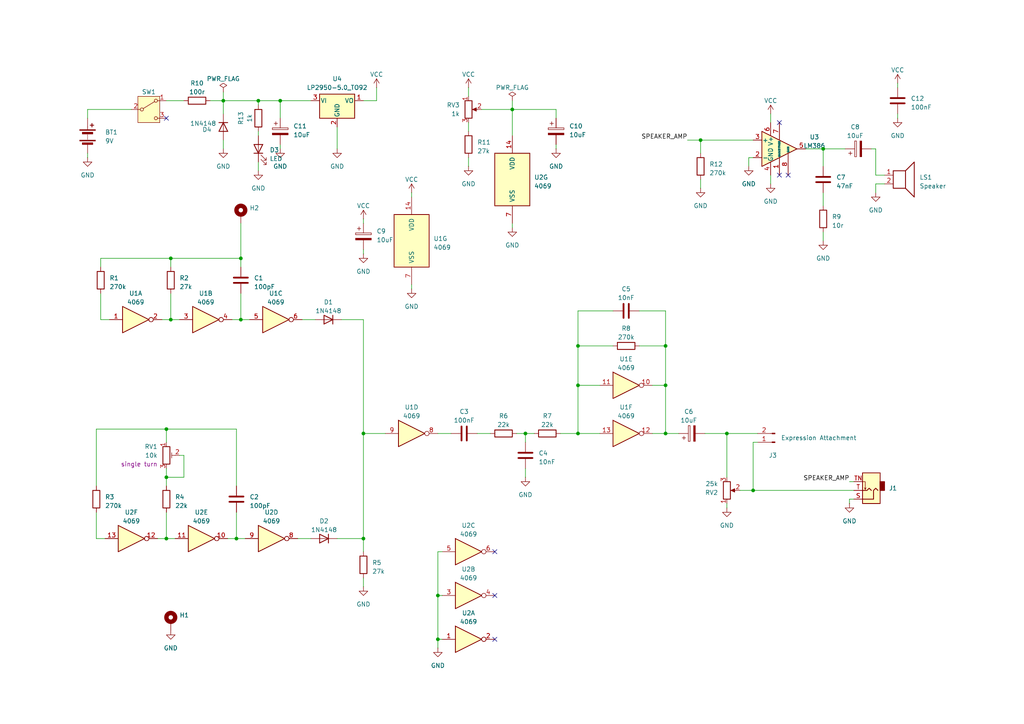
<source format=kicad_sch>
(kicad_sch (version 20231120) (generator "eeschema") (generator_version "8.0")
  (paper "A4")
  (title_block (comment 2 "creativecommons.org/licenses/by/4.0/") (comment 3 "License: CC BY 4.0") (comment 4 "Author: Guy John"))
  (lib_symbols
    (symbol "4xxx:4069" (pin_names (offset 1.016))
      (property "Reference" "U" (at 0 1.27 0))
      (property "Value" "4069" (at 0 -1.27 0))
      (symbol "4069_1_0"
        (polyline (pts (xy -3.81 3.81) (xy -3.81 -3.81) (xy 3.81 0) (xy -3.81 3.81)) (stroke (width 0.254)) (fill (type background)))
        (pin input line (at -7.62 0 0) (length 3.81) (name "~") (number "1"))
        (pin output inverted (at 7.62 0 180) (length 3.81) (name "~") (number "2"))
      )
      (symbol "4069_2_0"
        (polyline (pts (xy -3.81 3.81) (xy -3.81 -3.81) (xy 3.81 0) (xy -3.81 3.81)) (stroke (width 0.254)) (fill (type background)))
        (pin input line (at -7.62 0 0) (length 3.81) (name "~") (number "3"))
        (pin output inverted (at 7.62 0 180) (length 3.81) (name "~") (number "4"))
      )
      (symbol "4069_3_0"
        (polyline (pts (xy -3.81 3.81) (xy -3.81 -3.81) (xy 3.81 0) (xy -3.81 3.81)) (stroke (width 0.254)) (fill (type background)))
        (pin input line (at -7.62 0 0) (length 3.81) (name "~") (number "5"))
        (pin output inverted (at 7.62 0 180) (length 3.81) (name "~") (number "6"))
      )
      (symbol "4069_4_0"
        (polyline (pts (xy -3.81 3.81) (xy -3.81 -3.81) (xy 3.81 0) (xy -3.81 3.81)) (stroke (width 0.254)) (fill (type background)))
        (pin output inverted (at 7.62 0 180) (length 3.81) (name "~") (number "8"))
        (pin input line (at -7.62 0 0) (length 3.81) (name "~") (number "9"))
      )
      (symbol "4069_5_0"
        (polyline (pts (xy -3.81 3.81) (xy -3.81 -3.81) (xy 3.81 0) (xy -3.81 3.81)) (stroke (width 0.254)) (fill (type background)))
        (pin output inverted (at 7.62 0 180) (length 3.81) (name "~") (number "10"))
        (pin input line (at -7.62 0 0) (length 3.81) (name "~") (number "11"))
      )
      (symbol "4069_6_0"
        (polyline (pts (xy -3.81 3.81) (xy -3.81 -3.81) (xy 3.81 0) (xy -3.81 3.81)) (stroke (width 0.254)) (fill (type background)))
        (pin output inverted (at 7.62 0 180) (length 3.81) (name "~") (number "12"))
        (pin input line (at -7.62 0 0) (length 3.81) (name "~") (number "13"))
      )
      (symbol "4069_7_0"
        (pin power_in line (at 0 12.7 270) (length 5.08) (name "VDD") (number "14"))
        (pin power_in line (at 0 -12.7 90) (length 5.08) (name "VSS") (number "7"))
      )
      (symbol "4069_7_1"
        (rectangle (start -5.08 7.62) (end 5.08 -7.62) (stroke (width 0.254)) (fill (type background)))
      )
    )
    (symbol "Amplifier_Audio:LM386" (pin_names (offset 0.127))
      (property "Reference" "U" (at 1.27 7.62 0))
      (property "Value" "LM386" (at 1.27 5.08 0))
      (symbol "LM386_0_1"
        (polyline (pts (xy 5.08 0) (xy -5.08 5.08) (xy -5.08 -5.08) (xy 5.08 0)) (stroke (width 0.254)) (fill (type background)))
      )
      (symbol "LM386_1_1"
        (pin input line (at 0 -7.62 90) (length 5.08) (name "GAIN") (number "1"))
        (pin input line (at -7.62 -2.54 0) (length 2.54) (name "-") (number "2"))
        (pin input line (at -7.62 2.54 0) (length 2.54) (name "+") (number "3"))
        (pin power_in line (at -2.54 -7.62 90) (length 3.81) (name "GND") (number "4"))
        (pin output line (at 7.62 0 180) (length 2.54) (name "~") (number "5"))
        (pin power_in line (at -2.54 7.62 270) (length 3.81) (name "V+") (number "6"))
        (pin input line (at 0 7.62 270) (length 5.08) (name "BYPASS") (number "7"))
        (pin input line (at 2.54 -7.62 90) (length 6.35) (name "GAIN") (number "8"))
      )
    )
    (symbol "Connector:Conn_01x02_Pin" (pin_names (offset 1.016) hide)
      (property "Reference" "J" (at 0 2.54 0))
      (property "Value" "Conn_01x02_Pin" (at 0 -5.08 0))
      (symbol "Conn_01x02_Pin_1_1"
        (polyline (pts (xy 1.27 -2.54) (xy 0.8636 -2.54)) (stroke (width 0.1524)))
        (polyline (pts (xy 1.27 0) (xy 0.8636 0)) (stroke (width 0.1524)))
        (rectangle (start 0.8636 -2.413) (end 0 -2.667) (stroke (width 0.1524)) (fill (type outline)))
        (rectangle (start 0.8636 0.127) (end 0 -0.127) (stroke (width 0.1524)) (fill (type outline)))
        (pin passive line (at 5.08 0 180) (length 3.81) (name "Pin_1") (number "1"))
        (pin passive line (at 5.08 -2.54 180) (length 3.81) (name "Pin_2") (number "2"))
      )
    )
    (symbol "Connector_Audio:AudioJack2_SwitchT"
      (property "Reference" "J" (at 0 8.89 0))
      (property "Value" "AudioJack2_SwitchT" (at 0 6.35 0))
      (symbol "AudioJack2_SwitchT_0_1"
        (rectangle (start -2.54 0) (end -3.81 -2.54) (stroke (width 0.254)) (fill (type outline)))
        (polyline (pts (xy 1.778 -0.254) (xy 2.032 -0.762)))
        (polyline (pts (xy 0 0) (xy 0.635 -0.635) (xy 1.27 0) (xy 2.54 0)) (stroke (width 0.254)))
        (polyline (pts (xy 2.54 -2.54) (xy 1.778 -2.54) (xy 1.778 -0.254) (xy 1.524 -0.762)))
        (polyline (pts (xy 2.54 2.54) (xy -0.635 2.54) (xy -0.635 0) (xy -1.27 -0.635) (xy -1.905 0)) (stroke (width 0.254)))
        (rectangle (start 2.54 3.81) (end -2.54 -5.08) (stroke (width 0.254)) (fill (type background)))
      )
      (symbol "AudioJack2_SwitchT_1_1"
        (pin passive line (at 5.08 2.54 180) (length 2.54) (name "~") (number "S"))
        (pin passive line (at 5.08 0 180) (length 2.54) (name "~") (number "T"))
        (pin passive line (at 5.08 -2.54 180) (length 2.54) (name "~") (number "TN"))
      )
    )
    (symbol "Device:Battery" (pin_numbers hide) (pin_names (offset 0) hide)
      (property "Reference" "BT" (at 2.54 2.54 0))
      (property "Value" "Battery" (at 2.54 0 0))
      (symbol "Battery_0_1"
        (rectangle (start -2.286 -1.27) (end 2.286 -1.524) (fill (type outline)))
        (rectangle (start -2.286 1.778) (end 2.286 1.524) (fill (type outline)))
        (rectangle (start -1.524 -2.032) (end 1.524 -2.54) (fill (type outline)))
        (rectangle (start -1.524 1.016) (end 1.524 0.508) (fill (type outline)))
        (polyline (pts (xy 0 -1.016) (xy 0 -0.762)))
        (polyline (pts (xy 0 -0.508) (xy 0 -0.254)))
        (polyline (pts (xy 0 0) (xy 0 0.254)))
        (polyline (pts (xy 0 1.778) (xy 0 2.54)))
        (polyline (pts (xy 0.762 3.048) (xy 1.778 3.048)) (stroke (width 0.254)))
        (polyline (pts (xy 1.27 3.556) (xy 1.27 2.54)) (stroke (width 0.254)))
      )
      (symbol "Battery_1_1"
        (pin passive line (at 0 5.08 270) (length 2.54) (name "+") (number "1"))
        (pin passive line (at 0 -5.08 90) (length 2.54) (name "-") (number "2"))
      )
    )
    (symbol "Device:C" (pin_numbers hide) (pin_names (offset 0.254))
      (property "Reference" "C" (at 0.635 2.54 0))
      (property "Value" "C" (at 0.635 -2.54 0))
      (symbol "C_0_1"
        (polyline (pts (xy -2.032 -0.762) (xy 2.032 -0.762)) (stroke (width 0.508)))
        (polyline (pts (xy -2.032 0.762) (xy 2.032 0.762)) (stroke (width 0.508)))
      )
      (symbol "C_1_1"
        (pin passive line (at 0 3.81 270) (length 2.794) (name "~") (number "1"))
        (pin passive line (at 0 -3.81 90) (length 2.794) (name "~") (number "2"))
      )
    )
    (symbol "Device:C_Polarized" (pin_numbers hide) (pin_names (offset 0.254))
      (property "Reference" "C" (at 0.635 2.54 0))
      (property "Value" "C_Polarized" (at 0.635 -2.54 0))
      (symbol "C_Polarized_0_1"
        (rectangle (start -2.286 0.508) (end 2.286 1.016))
        (polyline (pts (xy -1.778 2.286) (xy -0.762 2.286)))
        (polyline (pts (xy -1.27 2.794) (xy -1.27 1.778)))
        (rectangle (start 2.286 -0.508) (end -2.286 -1.016) (fill (type outline)))
      )
      (symbol "C_Polarized_1_1"
        (pin passive line (at 0 3.81 270) (length 2.794) (name "~") (number "1"))
        (pin passive line (at 0 -3.81 90) (length 2.794) (name "~") (number "2"))
      )
    )
    (symbol "Device:LED" (pin_numbers hide) (pin_names (offset 1.016) hide)
      (property "Reference" "D" (at 0 2.54 0))
      (property "Value" "LED" (at 0 -2.54 0))
      (symbol "LED_0_1"
        (polyline (pts (xy -1.27 -1.27) (xy -1.27 1.27)) (stroke (width 0.254)))
        (polyline (pts (xy -1.27 0) (xy 1.27 0)))
        (polyline (pts (xy 1.27 -1.27) (xy 1.27 1.27) (xy -1.27 0) (xy 1.27 -1.27)) (stroke (width 0.254)))
        (polyline (pts (xy -3.048 -0.762) (xy -4.572 -2.286) (xy -3.81 -2.286) (xy -4.572 -2.286) (xy -4.572 -1.524)))
        (polyline (pts (xy -1.778 -0.762) (xy -3.302 -2.286) (xy -2.54 -2.286) (xy -3.302 -2.286) (xy -3.302 -1.524)))
      )
      (symbol "LED_1_1"
        (pin passive line (at -3.81 0 0) (length 2.54) (name "K") (number "1"))
        (pin passive line (at 3.81 0 180) (length 2.54) (name "A") (number "2"))
      )
    )
    (symbol "Device:R" (pin_numbers hide) (pin_names (offset 0))
      (property "Reference" "R" (at 2.032 0 90))
      (property "Value" "R" (at 0 0 90))
      (symbol "R_0_1"
        (rectangle (start -1.016 -2.54) (end 1.016 2.54) (stroke (width 0.254)))
      )
      (symbol "R_1_1"
        (pin passive line (at 0 3.81 270) (length 1.27) (name "~") (number "1"))
        (pin passive line (at 0 -3.81 90) (length 1.27) (name "~") (number "2"))
      )
    )
    (symbol "Device:R_Potentiometer" (pin_names (offset 1.016) hide)
      (property "Reference" "RV" (at -4.445 0 90))
      (property "Value" "R_Potentiometer" (at -2.54 0 90))
      (symbol "R_Potentiometer_0_1"
        (polyline (pts (xy 2.54 0) (xy 1.524 0)))
        (polyline (pts (xy 1.143 0) (xy 2.286 0.508) (xy 2.286 -0.508) (xy 1.143 0)) (fill (type outline)))
        (rectangle (start 1.016 2.54) (end -1.016 -2.54) (stroke (width 0.254)))
      )
      (symbol "R_Potentiometer_1_1"
        (pin passive line (at 0 3.81 270) (length 1.27) (name "1") (number "1"))
        (pin passive line (at 3.81 0 180) (length 1.27) (name "2") (number "2"))
        (pin passive line (at 0 -3.81 90) (length 1.27) (name "3") (number "3"))
      )
    )
    (symbol "Device:Speaker" (pin_names (offset 0) hide)
      (property "Reference" "LS" (at 1.27 5.715 0))
      (property "Value" "Speaker" (at 1.27 3.81 0))
      (symbol "Speaker_0_0"
        (rectangle (start -2.54 1.27) (end 1.016 -3.81) (stroke (width 0.254)))
        (polyline (pts (xy 1.016 1.27) (xy 3.556 3.81) (xy 3.556 -6.35) (xy 1.016 -3.81)) (stroke (width 0.254)))
      )
      (symbol "Speaker_1_1"
        (pin input line (at -5.08 0 0) (length 2.54) (name "1") (number "1"))
        (pin input line (at -5.08 -2.54 0) (length 2.54) (name "2") (number "2"))
      )
    )
    (symbol "Diode:1N4148" (pin_numbers hide) (pin_names hide)
      (property "Reference" "D" (at 0 2.54 0))
      (property "Value" "1N4148" (at 0 -2.54 0))
      (symbol "1N4148_0_1"
        (polyline (pts (xy -1.27 1.27) (xy -1.27 -1.27)) (stroke (width 0.254)))
        (polyline (pts (xy 1.27 0) (xy -1.27 0)))
        (polyline (pts (xy 1.27 1.27) (xy 1.27 -1.27) (xy -1.27 0) (xy 1.27 1.27)) (stroke (width 0.254)))
      )
      (symbol "1N4148_1_1"
        (pin passive line (at -3.81 0 0) (length 2.54) (name "K") (number "1"))
        (pin passive line (at 3.81 0 180) (length 2.54) (name "A") (number "2"))
      )
    )
    (symbol "Mechanical:MountingHole_Pad" (pin_numbers hide) (pin_names (offset 1.016) hide)
      (property "Reference" "H" (at 0 6.35 0))
      (property "Value" "MountingHole_Pad" (at 0 4.445 0))
      (symbol "MountingHole_Pad_0_1"
        (circle (center 0 1.27) (radius 1.27) (stroke (width 1.27)))
      )
      (symbol "MountingHole_Pad_1_1"
        (pin input line (at 0 -2.54 90) (length 2.54) (name "1") (number "1"))
      )
    )
    (symbol "Regulator_Linear:LP2950-5.0_TO92" (pin_names (offset 0.254))
      (property "Reference" "U" (at -3.81 3.175 0))
      (property "Value" "LP2950-5.0_TO92" (at 0 3.175 0))
      (symbol "LP2950-5.0_TO92_0_1"
        (rectangle (start -5.08 -5.08) (end 5.08 1.905) (stroke (width 0.254)) (fill (type background)))
      )
      (symbol "LP2950-5.0_TO92_1_1"
        (pin power_out line (at 7.62 0 180) (length 2.54) (name "VO") (number "1"))
        (pin power_in line (at 0 -7.62 90) (length 2.54) (name "GND") (number "2"))
        (pin power_in line (at -7.62 0 0) (length 2.54) (name "VI") (number "3"))
      )
    )
    (symbol "Standard_Parts:R_Potentiometer_Trim" (pin_names (offset 1.016) hide)
      (property "Reference" "RV?" (at -6.35 1.27 90))
      (property "Value" "R_Potentiometer_Trim" (at -3.81 10.16 90))
      (property "Spec" "single turn" (at 7.62 -2.54 0))
      (symbol "R_Potentiometer_Trim_0_1"
        (polyline (pts (xy 1.524 0.762) (xy 1.524 -0.762)))
        (polyline (pts (xy 2.54 0) (xy 1.524 0)))
        (rectangle (start 1.016 2.54) (end -1.016 -2.54) (stroke (width 0.254)))
      )
      (symbol "R_Potentiometer_Trim_1_1"
        (pin passive line (at 0 3.81 270) (length 1.27) (name "1") (number "1"))
        (pin passive line (at 3.81 0 180) (length 1.27) (name "2") (number "2"))
        (pin passive line (at 0 -3.81 90) (length 1.27) (name "3") (number "3"))
      )
    )
    (symbol "Switch:SW_SPDT" (pin_names (offset 0) hide)
      (property "Reference" "SW" (at 0 5.08 0))
      (property "Value" "SW_SPDT" (at 0 -5.08 0))
      (symbol "SW_SPDT_0_1"
        (circle (center -2.032 0) (radius 0.4572))
        (polyline (pts (xy -1.651 0.254) (xy 1.651 2.286)))
        (circle (center 2.032 -2.54) (radius 0.4572))
        (circle (center 2.032 2.54) (radius 0.4572))
      )
      (symbol "SW_SPDT_1_1"
        (rectangle (start -3.175 3.81) (end 3.175 -3.81) (fill (type background)))
        (pin passive line (at 5.08 2.54 180) (length 2.54) (name "A") (number "1"))
        (pin passive line (at -5.08 0 0) (length 2.54) (name "B") (number "2"))
        (pin passive line (at 5.08 -2.54 180) (length 2.54) (name "C") (number "3"))
      )
    )
    (symbol "power:GND" (power) (pin_numbers hide) (pin_names (offset 0) hide)
      (property "Value" "GND" (at 0 -3.81 0))
      (symbol "GND_0_1"
        (polyline (pts (xy 0 0) (xy 0 -1.27) (xy 1.27 -1.27) (xy 0 -2.54) (xy -1.27 -1.27) (xy 0 -1.27)))
      )
      (symbol "GND_1_1"
        (pin power_in line (at 0 0 270) (length 0) (name "~") (number "1"))
      )
    )
    (symbol "power:PWR_FLAG" (power) (pin_numbers hide) (pin_names (offset 0) hide)
      (property "Value" "PWR_FLAG" (at 0 3.81 0))
      (symbol "PWR_FLAG_0_0"
        (pin power_out line (at 0 0 90) (length 0) (name "~") (number "1"))
      )
      (symbol "PWR_FLAG_0_1"
        (polyline (pts (xy 0 0) (xy 0 1.27) (xy -1.016 1.905) (xy 0 2.54) (xy 1.016 1.905) (xy 0 1.27)))
      )
    )
    (symbol "power:VCC" (power) (pin_numbers hide) (pin_names (offset 0) hide)
      (property "Value" "VCC" (at 0 3.556 0))
      (symbol "VCC_0_1"
        (polyline (pts (xy -0.762 1.27) (xy 0 2.54)))
        (polyline (pts (xy 0 0) (xy 0 2.54)))
        (polyline (pts (xy 0 2.54) (xy 0.762 1.27)))
      )
      (symbol "VCC_1_1"
        (pin power_in line (at 0 0 90) (length 0) (name "~") (number "1"))
      )
    )
  )
  (junction (at 48.26 156.21))
  (junction (at 167.64 111.76))
  (junction (at 105.41 156.21))
  (junction (at 81.28 29.21))
  (junction (at 148.59 31.75))
  (junction (at 193.04 111.76))
  (junction (at 64.77 29.21))
  (junction (at 203.2 40.64))
  (junction (at 218.44 142.24))
  (junction (at 49.53 92.71))
  (junction (at 48.26 124.46))
  (junction (at 49.53 74.93))
  (junction (at 69.85 92.71))
  (junction (at 68.58 156.21))
  (junction (at 152.4 125.73))
  (junction (at 193.04 125.73))
  (junction (at 167.64 125.73))
  (junction (at 48.26 138.43))
  (junction (at 105.41 125.73))
  (junction (at 167.64 100.33))
  (junction (at 127 185.42))
  (junction (at 127 172.72))
  (junction (at 210.82 125.73))
  (junction (at 69.85 74.93))
  (junction (at 238.76 43.18))
  (junction (at 193.04 100.33))
  (junction (at 74.93 29.21))
  (no_connect (at 143.51 185.42))
  (no_connect (at 226.06 50.8))
  (no_connect (at 228.6 50.8))
  (no_connect (at 48.26 34.29))
  (no_connect (at 143.51 160.02))
  (no_connect (at 226.06 35.56))
  (no_connect (at 143.51 172.72))
  (wire (pts (xy 167.64 100.33) (xy 167.64 111.76)))
  (wire (pts (xy 68.58 156.21) (xy 66.04 156.21)))
  (wire (pts (xy 53.34 132.08) (xy 53.34 138.43)))
  (wire (pts (xy 185.42 100.33) (xy 193.04 100.33)))
  (wire (pts (xy 177.8 100.33) (xy 167.64 100.33)))
  (wire (pts (xy 119.38 82.55) (xy 119.38 83.82)))
  (wire (pts (xy 238.76 43.18) (xy 245.11 43.18)))
  (wire (pts (xy 87.63 92.71) (xy 91.44 92.71)))
  (wire (pts (xy 48.26 124.46) (xy 48.26 128.27)))
  (wire (pts (xy 49.53 85.09) (xy 49.53 92.71)))
  (wire (pts (xy 238.76 43.18) (xy 238.76 48.26)))
  (wire (pts (xy 48.26 148.59) (xy 48.26 156.21)))
  (wire (pts (xy 214.63 142.24) (xy 218.44 142.24)))
  (wire (pts (xy 27.94 148.59) (xy 27.94 156.21)))
  (wire (pts (xy 218.44 128.27) (xy 218.44 142.24)))
  (wire (pts (xy 161.29 43.18) (xy 161.29 41.91)))
  (wire (pts (xy 148.59 64.77) (xy 148.59 66.04)))
  (wire (pts (xy 105.41 73.66) (xy 105.41 72.39)))
  (wire (pts (xy 210.82 125.73) (xy 204.47 125.73)))
  (wire (pts (xy 52.07 132.08) (xy 53.34 132.08)))
  (wire (pts (xy 161.29 31.75) (xy 161.29 34.29)))
  (wire (pts (xy 81.28 29.21) (xy 90.17 29.21)))
  (wire (pts (xy 27.94 124.46) (xy 27.94 140.97)))
  (wire (pts (xy 238.76 55.88) (xy 238.76 59.69)))
  (wire (pts (xy 135.89 45.72) (xy 135.89 48.26)))
  (wire (pts (xy 203.2 40.64) (xy 203.2 44.45)))
  (wire (pts (xy 252.73 43.18) (xy 254 43.18)))
  (wire (pts (xy 127 172.72) (xy 127 185.42)))
  (wire (pts (xy 167.64 111.76) (xy 167.64 125.73)))
  (wire (pts (xy 138.43 125.73) (xy 142.24 125.73)))
  (wire (pts (xy 49.53 74.93) (xy 69.85 74.93)))
  (wire (pts (xy 210.82 125.73) (xy 210.82 138.43)))
  (wire (pts (xy 105.41 125.73) (xy 105.41 92.71)))
  (wire (pts (xy 105.41 63.5) (xy 105.41 64.77)))
  (wire (pts (xy 127 125.73) (xy 130.81 125.73)))
  (wire (pts (xy 223.52 50.8) (xy 223.52 53.34)))
  (wire (pts (xy 254 53.34) (xy 254 55.88)))
  (wire (pts (xy 161.29 31.75) (xy 148.59 31.75)))
  (wire (pts (xy 233.68 43.18) (xy 238.76 43.18)))
  (wire (pts (xy 109.22 29.21) (xy 105.41 29.21)))
  (wire (pts (xy 48.26 138.43) (xy 48.26 140.97)))
  (wire (pts (xy 119.38 55.88) (xy 119.38 57.15)))
  (wire (pts (xy 81.28 43.18) (xy 81.28 41.91)))
  (wire (pts (xy 149.86 125.73) (xy 152.4 125.73)))
  (wire (pts (xy 254 50.8) (xy 256.54 50.8)))
  (wire (pts (xy 162.56 125.73) (xy 167.64 125.73)))
  (wire (pts (xy 49.53 92.71) (xy 52.07 92.71)))
  (wire (pts (xy 203.2 40.64) (xy 218.44 40.64)))
  (wire (pts (xy 109.22 25.4) (xy 109.22 29.21)))
  (wire (pts (xy 152.4 125.73) (xy 154.94 125.73)))
  (wire (pts (xy 127 160.02) (xy 127 172.72)))
  (wire (pts (xy 74.93 30.48) (xy 74.93 29.21)))
  (wire (pts (xy 128.27 185.42) (xy 127 185.42)))
  (wire (pts (xy 167.64 125.73) (xy 173.99 125.73)))
  (wire (pts (xy 38.1 31.75) (xy 25.4 31.75)))
  (wire (pts (xy 27.94 156.21) (xy 30.48 156.21)))
  (wire (pts (xy 217.17 45.72) (xy 217.17 48.26)))
  (wire (pts (xy 69.85 74.93) (xy 69.85 77.47)))
  (wire (pts (xy 135.89 35.56) (xy 135.89 38.1)))
  (wire (pts (xy 68.58 124.46) (xy 68.58 140.97)))
  (wire (pts (xy 148.59 29.21) (xy 148.59 31.75)))
  (wire (pts (xy 218.44 45.72) (xy 217.17 45.72)))
  (wire (pts (xy 189.23 111.76) (xy 193.04 111.76)))
  (wire (pts (xy 152.4 135.89) (xy 152.4 138.43)))
  (wire (pts (xy 68.58 124.46) (xy 48.26 124.46)))
  (wire (pts (xy 128.27 160.02) (xy 127 160.02)))
  (wire (pts (xy 193.04 125.73) (xy 189.23 125.73)))
  (wire (pts (xy 29.21 77.47) (xy 29.21 74.93)))
  (wire (pts (xy 193.04 90.17) (xy 193.04 100.33)))
  (wire (pts (xy 48.26 29.21) (xy 53.34 29.21)))
  (wire (pts (xy 218.44 142.24) (xy 247.65 142.24)))
  (wire (pts (xy 29.21 74.93) (xy 49.53 74.93)))
  (wire (pts (xy 193.04 100.33) (xy 193.04 111.76)))
  (wire (pts (xy 49.53 74.93) (xy 49.53 77.47)))
  (wire (pts (xy 127 185.42) (xy 127 187.96)))
  (wire (pts (xy 177.8 90.17) (xy 167.64 90.17)))
  (wire (pts (xy 64.77 29.21) (xy 64.77 33.02)))
  (wire (pts (xy 68.58 148.59) (xy 68.58 156.21)))
  (wire (pts (xy 210.82 146.05) (xy 210.82 147.32)))
  (wire (pts (xy 48.26 135.89) (xy 48.26 138.43)))
  (wire (pts (xy 48.26 156.21) (xy 50.8 156.21)))
  (wire (pts (xy 203.2 54.61) (xy 203.2 52.07)))
  (wire (pts (xy 193.04 125.73) (xy 196.85 125.73)))
  (wire (pts (xy 69.85 92.71) (xy 67.31 92.71)))
  (wire (pts (xy 69.85 92.71) (xy 72.39 92.71)))
  (wire (pts (xy 74.93 39.37) (xy 74.93 38.1)))
  (wire (pts (xy 238.76 67.31) (xy 238.76 69.85)))
  (wire (pts (xy 167.64 90.17) (xy 167.64 100.33)))
  (wire (pts (xy 25.4 44.45) (xy 25.4 45.72)))
  (wire (pts (xy 64.77 29.21) (xy 74.93 29.21)))
  (wire (pts (xy 99.06 92.71) (xy 105.41 92.71)))
  (wire (pts (xy 193.04 111.76) (xy 193.04 125.73)))
  (wire (pts (xy 27.94 124.46) (xy 48.26 124.46)))
  (wire (pts (xy 246.38 144.78) (xy 246.38 146.05)))
  (wire (pts (xy 68.58 156.21) (xy 71.12 156.21)))
  (wire (pts (xy 185.42 90.17) (xy 193.04 90.17)))
  (wire (pts (xy 223.52 33.02) (xy 223.52 35.56)))
  (wire (pts (xy 173.99 111.76) (xy 167.64 111.76)))
  (wire (pts (xy 64.77 26.67) (xy 64.77 29.21)))
  (wire (pts (xy 135.89 25.4) (xy 135.89 27.94)))
  (wire (pts (xy 127 172.72) (xy 128.27 172.72)))
  (wire (pts (xy 25.4 31.75) (xy 25.4 34.29)))
  (wire (pts (xy 74.93 29.21) (xy 81.28 29.21)))
  (wire (pts (xy 246.38 139.7) (xy 247.65 139.7)))
  (wire (pts (xy 219.71 128.27) (xy 218.44 128.27)))
  (wire (pts (xy 105.41 167.64) (xy 105.41 170.18)))
  (wire (pts (xy 148.59 31.75) (xy 148.59 39.37)))
  (wire (pts (xy 256.54 53.34) (xy 254 53.34)))
  (wire (pts (xy 260.35 24.13) (xy 260.35 25.4)))
  (wire (pts (xy 247.65 144.78) (xy 246.38 144.78)))
  (wire (pts (xy 105.41 125.73) (xy 111.76 125.73)))
  (wire (pts (xy 29.21 92.71) (xy 31.75 92.71)))
  (wire (pts (xy 46.99 92.71) (xy 49.53 92.71)))
  (wire (pts (xy 105.41 156.21) (xy 105.41 160.02)))
  (wire (pts (xy 69.85 85.09) (xy 69.85 92.71)))
  (wire (pts (xy 81.28 29.21) (xy 81.28 34.29)))
  (wire (pts (xy 199.39 40.64) (xy 203.2 40.64)))
  (wire (pts (xy 29.21 85.09) (xy 29.21 92.71)))
  (wire (pts (xy 60.96 29.21) (xy 64.77 29.21)))
  (wire (pts (xy 69.85 64.77) (xy 69.85 74.93)))
  (wire (pts (xy 260.35 34.29) (xy 260.35 33.02)))
  (wire (pts (xy 48.26 138.43) (xy 53.34 138.43)))
  (wire (pts (xy 97.79 156.21) (xy 105.41 156.21)))
  (wire (pts (xy 254 43.18) (xy 254 50.8)))
  (wire (pts (xy 152.4 125.73) (xy 152.4 128.27)))
  (wire (pts (xy 139.7 31.75) (xy 148.59 31.75)))
  (wire (pts (xy 74.93 49.53) (xy 74.93 46.99)))
  (wire (pts (xy 210.82 125.73) (xy 219.71 125.73)))
  (wire (pts (xy 64.77 40.64) (xy 64.77 43.18)))
  (wire (pts (xy 97.79 43.18) (xy 97.79 36.83)))
  (wire (pts (xy 45.72 156.21) (xy 48.26 156.21)))
  (wire (pts (xy 105.41 156.21) (xy 105.41 125.73)))
  (wire (pts (xy 86.36 156.21) (xy 90.17 156.21)))
  (label "SPEAKER_AMP" (at 246.38 139.7 180))
  (label "SPEAKER_AMP" (at 199.39 40.64 180))
  (symbol (lib_id "power:GND") (at 203.2 54.61 0) (unit 1)
    (property "Reference" "#PWR028" (effects (hide yes)))
    (property "Value" "GND" (at 203.2 59.69 0))
    (property "Description" "Power symbol creates a global label with name \"GND\" , ground" (effects (hide yes)))
  )
  (symbol (lib_id "Device:C") (at 152.4 132.08 180) (unit 1)
    (property "Reference" "C4" (at 156.21 131.445 0) (effects (justify right)))
    (property "Value" "10nF" (at 156.21 133.985 0) (effects (justify right)))
    (property "Footprint" "Capacitor_THT:C_Rect_L7.0mm_W3.5mm_P5.00mm" (effects (hide yes)))
    (property "Spec" "ceramic C0G" (effects (hide yes)))
    (property "Tolerance" "5%" (effects (hide yes)))
  )
  (symbol (lib_id "power:GND") (at 74.93 49.53 0) (unit 1)
    (property "Reference" "#PWR011" (effects (hide yes)))
    (property "Value" "GND" (at 74.93 54.61 0))
    (property "Description" "Power symbol creates a global label with name \"GND\" , ground" (effects (hide yes)))
  )
  (symbol (lib_id "Device:C") (at 260.35 29.21 0) (unit 1)
    (property "Reference" "C12" (at 264.16 28.575 0) (effects (justify left)))
    (property "Value" "100nF" (at 264.16 31.115 0) (effects (justify left)))
    (property "Footprint" "Capacitor_THT:C_Rect_L7.0mm_W3.5mm_P5.00mm" (effects (hide yes)))
    (property "Spec" "ceramic X7R" (effects (hide yes)))
    (property "Tolerance" "5%" (effects (hide yes)))
  )
  (symbol (lib_id "4xxx:4069") (at 148.59 52.07 0) (unit 7)
    (property "Reference" "U2" (at 154.94 51.435 0) (effects (justify left)))
    (property "Value" "4069" (at 154.94 53.975 0) (effects (justify left)))
    (property "Footprint" "Package_DIP:DIP-14_W7.62mm_Socket_LongPads" (effects (hide yes)))
    (property "Datasheet" "http://www.intersil.com/content/dam/Intersil/documents/cd40/cd4069ubms.pdf" (effects (hide yes)))
  )
  (symbol (lib_id "4xxx:4069") (at 39.37 92.71 0) (unit 1)
    (property "Reference" "U1" (at 39.37 85.09 0))
    (property "Value" "4069" (at 39.37 87.63 0))
    (property "Footprint" "Package_DIP:DIP-14_W7.62mm_Socket_LongPads" (effects (hide yes)))
    (property "Datasheet" "http://www.intersil.com/content/dam/Intersil/documents/cd40/cd4069ubms.pdf" (effects (hide yes)))
  )
  (symbol (lib_id "power:GND") (at 97.79 43.18 0) (unit 1)
    (property "Reference" "#PWR020" (effects (hide yes)))
    (property "Value" "GND" (at 97.79 48.26 0))
    (property "Description" "Power symbol creates a global label with name \"GND\" , ground" (effects (hide yes)))
  )
  (symbol (lib_id "power:GND") (at 25.4 45.72 0) (unit 1)
    (property "Reference" "#PWR019" (effects (hide yes)))
    (property "Value" "GND" (at 25.4 50.8 0))
    (property "Description" "Power symbol creates a global label with name \"GND\" , ground" (effects (hide yes)))
  )
  (symbol (lib_id "Device:R") (at 158.75 125.73 90) (unit 1)
    (property "Reference" "R7" (at 158.75 120.65 90))
    (property "Value" "22k" (at 158.75 123.19 90))
    (property "Footprint" "Resistor_THT:R_Axial_DIN0207_L6.3mm_D2.5mm_P10.16mm_Horizontal" (effects (hide yes)))
    (property "Tolerance" "1%" (effects (hide yes)))
    (property "Power" "0.5W" (effects (hide yes)))
    (property "Spec" "metal film" (effects (hide yes)))
  )
  (symbol (lib_id "power:GND") (at 49.53 182.88 0) (unit 1)
    (property "Reference" "#PWR012" (effects (hide yes)))
    (property "Value" "GND" (at 49.53 187.96 0))
    (property "Description" "Power symbol creates a global label with name \"GND\" , ground" (effects (hide yes)))
  )
  (symbol (lib_id "Device:Speaker") (at 261.62 50.8 0) (unit 1)
    (property "Reference" "LS1" (at 266.7 51.435 0) (effects (justify left)))
    (property "Value" "Speaker" (at 266.7 53.975 0) (effects (justify left)))
    (property "Footprint" "project-footprints:40mmSpeakerdropin" (effects (hide yes)))
  )
  (symbol (lib_id "Amplifier_Audio:LM386") (at 226.06 43.18 0) (unit 1)
    (property "Reference" "U3" (at 236.22 39.7511 0))
    (property "Value" "LM386" (at 236.22 42.2911 0))
    (property "Footprint" "Package_DIP:DIP-8_W7.62mm_Socket_LongPads" (effects (hide yes)))
    (property "Datasheet" "http://www.ti.com/lit/ds/symlink/lm386.pdf" (effects (hide yes)))
  )
  (symbol (lib_id "power:GND") (at 223.52 53.34 0) (unit 1)
    (property "Reference" "#PWR06" (effects (hide yes)))
    (property "Value" "GND" (at 223.52 58.42 0))
    (property "Description" "Power symbol creates a global label with name \"GND\" , ground" (effects (hide yes)))
  )
  (symbol (lib_id "power:GND") (at 105.41 73.66 0) (unit 1)
    (property "Reference" "#PWR014" (effects (hide yes)))
    (property "Value" "GND" (at 105.41 78.74 0))
    (property "Description" "Power symbol creates a global label with name \"GND\" , ground" (effects (hide yes)))
  )
  (symbol (lib_id "Device:Battery") (at 25.4 39.37 0) (unit 1)
    (property "Reference" "BT1" (at 30.48 38.354 0) (effects (justify left)))
    (property "Value" "9V" (at 30.48 40.894 0) (effects (justify left)))
    (property "Footprint" "Battery:BatteryHolder_Eagle_12BH611-GRMODDEDBYROBIN" (effects (hide yes)))
    (property "Description" "Multiple-cell battery" (effects (hide yes)))
  )
  (symbol (lib_id "power:GND") (at 135.89 48.26 0) (unit 1)
    (property "Reference" "#PWR026" (effects (hide yes)))
    (property "Value" "GND" (at 135.89 53.34 0))
    (property "Description" "Power symbol creates a global label with name \"GND\" , ground" (effects (hide yes)))
  )
  (symbol (lib_id "power:GND") (at 64.77 43.18 0) (unit 1)
    (property "Reference" "#PWR021" (effects (hide yes)))
    (property "Value" "GND" (at 64.77 48.26 0))
    (property "Description" "Power symbol creates a global label with name \"GND\" , ground" (effects (hide yes)))
  )
  (symbol (lib_id "Device:R") (at 29.21 81.28 180) (unit 1)
    (property "Reference" "R1" (at 31.75 80.645 0) (effects (justify right)))
    (property "Value" "270k" (at 31.75 83.185 0) (effects (justify right)))
    (property "Footprint" "Resistor_THT:R_Axial_DIN0207_L6.3mm_D2.5mm_P10.16mm_Horizontal" (effects (hide yes)))
    (property "Tolerance" "1%" (effects (hide yes)))
    (property "Power" "0.5W" (effects (hide yes)))
    (property "Spec" "metal film" (effects (hide yes)))
  )
  (symbol (lib_id "Device:C") (at 134.62 125.73 90) (unit 1)
    (property "Reference" "C3" (at 134.62 119.38 90))
    (property "Value" "100nF" (at 134.62 121.92 90))
    (property "Footprint" "Capacitor_THT:C_Rect_L7.0mm_W3.5mm_P5.00mm" (effects (hide yes)))
    (property "Spec" "ceramic C0G" (effects (hide yes)))
    (property "Tolerance" "5%" (effects (hide yes)))
  )
  (symbol (lib_id "4xxx:4069") (at 38.1 156.21 0) (unit 6)
    (property "Reference" "U2" (at 38.1 148.59 0))
    (property "Value" "4069" (at 38.1 151.13 0))
    (property "Footprint" "Package_DIP:DIP-14_W7.62mm_Socket_LongPads" (effects (hide yes)))
    (property "Datasheet" "http://www.intersil.com/content/dam/Intersil/documents/cd40/cd4069ubms.pdf" (effects (hide yes)))
  )
  (symbol (lib_id "Diode:1N4148") (at 93.98 156.21 180) (unit 1)
    (property "Reference" "D2" (at 93.98 151.13 0))
    (property "Value" "1N4148" (at 93.98 153.67 0))
    (property "Footprint" "Diode_THT:D_DO-35_SOD27_P7.62mm_Horizontal" (effects (hide yes)))
    (property "Datasheet" "https://assets.nexperia.com/documents/data-sheet/1N4148_1N4448.pdf" (effects (hide yes)))
    (property "Sim.Device" "D" (effects (hide yes)))
    (property "Sim.Pins" "1=K 2=A" (effects (hide yes)))
  )
  (symbol (lib_id "Connector_Audio:AudioJack2_SwitchT") (at 252.73 142.24 180) (unit 1)
    (property "Reference" "J1" (at 257.81 141.6049 0) (effects (justify right)))
    (property "Value" "Eurorack Mono Jack" (effects (hide yes)))
    (property "Footprint" "Rumblesan_Audio_Connectors:Jack_3.5mm_QingPu_WQP-PJ398SM_Vertical" (effects (hide yes)))
    (property "Description" "Audio Jack, 2 Poles (Mono / TS), Switched T Pole (Normalling)" (effects (hide yes)))
    (property "mpn" "WQP-WQP518MA" (effects (hide yes)))
  )
  (symbol (lib_id "4xxx:4069") (at 80.01 92.71 0) (unit 3)
    (property "Reference" "U1" (at 80.01 85.09 0))
    (property "Value" "4069" (at 80.01 87.63 0))
    (property "Footprint" "Package_DIP:DIP-14_W7.62mm_Socket_LongPads" (effects (hide yes)))
    (property "Datasheet" "http://www.intersil.com/content/dam/Intersil/documents/cd40/cd4069ubms.pdf" (effects (hide yes)))
  )
  (symbol (lib_id "power:GND") (at 238.76 69.85 0) (unit 1)
    (property "Reference" "#PWR09" (effects (hide yes)))
    (property "Value" "GND" (at 238.76 74.93 0))
    (property "Description" "Power symbol creates a global label with name \"GND\" , ground" (effects (hide yes)))
  )
  (symbol (lib_id "4xxx:4069") (at 119.38 125.73 0) (unit 4)
    (property "Reference" "U1" (at 119.38 118.11 0))
    (property "Value" "4069" (at 119.38 120.65 0))
    (property "Footprint" "Package_DIP:DIP-14_W7.62mm_Socket_LongPads" (effects (hide yes)))
    (property "Datasheet" "http://www.intersil.com/content/dam/Intersil/documents/cd40/cd4069ubms.pdf" (effects (hide yes)))
  )
  (symbol (lib_id "power:GND") (at 246.38 146.05 0) (unit 1)
    (property "Reference" "#PWR04" (effects (hide yes)))
    (property "Value" "GND" (at 246.38 151.13 0))
    (property "Description" "Power symbol creates a global label with name \"GND\" , ground" (effects (hide yes)))
  )
  (symbol (lib_id "4xxx:4069") (at 135.89 160.02 0) (unit 3)
    (property "Reference" "U2" (at 135.89 152.4 0))
    (property "Value" "4069" (at 135.89 154.94 0))
    (property "Footprint" "Package_DIP:DIP-14_W7.62mm_Socket_LongPads" (effects (hide yes)))
    (property "Datasheet" "http://www.intersil.com/content/dam/Intersil/documents/cd40/cd4069ubms.pdf" (effects (hide yes)))
  )
  (symbol (lib_id "Diode:1N4148") (at 64.77 36.83 270) (unit 1)
    (property "Reference" "D4" (at 58.674 37.592 90) (effects (justify left)))
    (property "Value" "1N4148" (at 55.118 35.814 90) (effects (justify left)))
    (property "Footprint" "Diode_THT:D_DO-35_SOD27_P7.62mm_Horizontal" (effects (hide yes)))
    (property "Datasheet" "https://assets.nexperia.com/documents/data-sheet/1N4148_1N4448.pdf" (effects (hide yes)))
    (property "Sim.Device" "D" (effects (hide yes)))
    (property "Sim.Pins" "1=K 2=A" (effects (hide yes)))
  )
  (symbol (lib_id "Device:R") (at 181.61 100.33 270) (unit 1)
    (property "Reference" "R8" (at 181.61 95.25 90))
    (property "Value" "270k" (at 181.61 97.79 90))
    (property "Footprint" "Resistor_THT:R_Axial_DIN0207_L6.3mm_D2.5mm_P10.16mm_Horizontal" (effects (hide yes)))
    (property "Tolerance" "1%" (effects (hide yes)))
    (property "Power" "0.5W" (effects (hide yes)))
    (property "Spec" "metal film" (effects (hide yes)))
  )
  (symbol (lib_id "Device:R") (at 74.93 34.29 180) (unit 1)
    (property "Reference" "R13" (at 69.85 34.29 90))
    (property "Value" "1k" (at 72.39 34.29 90))
    (property "Footprint" "Resistor_THT:R_Axial_DIN0207_L6.3mm_D2.5mm_P10.16mm_Horizontal" (effects (hide yes)))
    (property "Tolerance" "1%" (effects (hide yes)))
    (property "Power" "0.5W" (effects (hide yes)))
    (property "Spec" "metal film" (effects (hide yes)))
  )
  (symbol (lib_id "Device:LED") (at 74.93 43.18 90) (unit 1)
    (property "Reference" "D3" (at 78.232 43.4974 90) (effects (justify right)))
    (property "Value" "LED" (at 78.232 46.0374 90) (effects (justify right)))
    (property "Footprint" "LED_THT:LED_D5.0mm" (effects (hide yes)))
    (property "Description" "Light emitting diode" (effects (hide yes)))
  )
  (symbol (lib_id "4xxx:4069") (at 59.69 92.71 0) (unit 2)
    (property "Reference" "U1" (at 59.69 85.09 0))
    (property "Value" "4069" (at 59.69 87.63 0))
    (property "Footprint" "Package_DIP:DIP-14_W7.62mm_Socket_LongPads" (effects (hide yes)))
    (property "Datasheet" "http://www.intersil.com/content/dam/Intersil/documents/cd40/cd4069ubms.pdf" (effects (hide yes)))
  )
  (symbol (lib_id "Device:C_Polarized") (at 248.92 43.18 90) (unit 1)
    (property "Reference" "C8" (at 248.031 36.83 90))
    (property "Value" "10uF" (at 248.031 39.37 90))
    (property "Footprint" "Capacitor_THT:CP_Radial_D5.0mm_P2.50mm" (effects (hide yes)))
    (property "Spec" "electrolytic" (effects (hide yes)))
    (property "Tolerance" "20%" (effects (hide yes)))
    (property "Voltage" "50v" (effects (hide yes)))
  )
  (symbol (lib_id "Device:R") (at 135.89 41.91 180) (unit 1)
    (property "Reference" "R11" (at 138.43 41.275 0) (effects (justify right)))
    (property "Value" "27k" (at 138.43 43.815 0) (effects (justify right)))
    (property "Footprint" "Resistor_THT:R_Axial_DIN0207_L6.3mm_D2.5mm_P10.16mm_Horizontal" (effects (hide yes)))
    (property "Tolerance" "1%" (effects (hide yes)))
    (property "Power" "0.5W" (effects (hide yes)))
    (property "Spec" "metal film" (effects (hide yes)))
  )
  (symbol (lib_id "Device:C_Polarized") (at 161.29 38.1 0) (unit 1)
    (property "Reference" "C10" (at 165.1 36.576 0) (effects (justify left)))
    (property "Value" "10uF" (at 165.1 39.116 0) (effects (justify left)))
    (property "Footprint" "Capacitor_THT:CP_Radial_D5.0mm_P2.50mm" (effects (hide yes)))
    (property "Spec" "electrolytic" (effects (hide yes)))
    (property "Tolerance" "20%" (effects (hide yes)))
    (property "Voltage" "50v" (effects (hide yes)))
  )
  (symbol (lib_id "power:GND") (at 105.41 170.18 0) (unit 1)
    (property "Reference" "#PWR02" (effects (hide yes)))
    (property "Value" "GND" (at 105.41 175.26 0))
    (property "Description" "Power symbol creates a global label with name \"GND\" , ground" (effects (hide yes)))
  )
  (symbol (lib_id "Device:C_Polarized") (at 81.28 38.1 0) (unit 1)
    (property "Reference" "C11" (at 85.09 36.576 0) (effects (justify left)))
    (property "Value" "10uF" (at 85.09 39.116 0) (effects (justify left)))
    (property "Footprint" "Capacitor_THT:CP_Radial_D5.0mm_P2.50mm" (effects (hide yes)))
    (property "Spec" "electrolytic" (effects (hide yes)))
    (property "Tolerance" "20%" (effects (hide yes)))
    (property "Voltage" "50v" (effects (hide yes)))
  )
  (symbol (lib_id "power:VCC") (at 119.38 55.88 0) (unit 1)
    (property "Reference" "#PWR024" (effects (hide yes)))
    (property "Value" "VCC" (at 119.38 52.07 0))
    (property "Description" "Power symbol creates a global label with name \"VCC\"" (effects (hide yes)))
  )
  (symbol (lib_id "Device:C_Polarized") (at 105.41 68.58 0) (unit 1)
    (property "Reference" "C9" (at 109.22 67.056 0) (effects (justify left)))
    (property "Value" "10uF" (at 109.22 69.596 0) (effects (justify left)))
    (property "Footprint" "Capacitor_THT:CP_Radial_D5.0mm_P2.50mm" (effects (hide yes)))
    (property "Spec" "electrolytic" (effects (hide yes)))
    (property "Tolerance" "20%" (effects (hide yes)))
    (property "Voltage" "50v" (effects (hide yes)))
  )
  (symbol (lib_id "power:PWR_FLAG") (at 64.77 26.67 0) (unit 1) (in_bom no)
    (property "Reference" "#FLG01" (effects (hide yes)))
    (property "Value" "PWR_FLAG" (at 64.77 22.86 0))
    (property "Description" "Special symbol for telling ERC where power comes from" (effects (hide yes)))
  )
  (symbol (lib_id "Device:R_Potentiometer") (at 135.89 31.75 0) (unit 1)
    (property "Reference" "RV3" (at 133.35 30.4799 0) (effects (justify right)))
    (property "Value" "1k" (at 133.35 33.0199 0) (effects (justify right)))
    (property "Footprint" "Potentiometer_THT:Potentiometer_Alpha_RD901F-40-00D_Single_Vertical" (effects (hide yes)))
    (property "Description" "Potentiometer" (effects (hide yes)))
  )
  (symbol (lib_id "Regulator_Linear:LP2950-5.0_TO92") (at 97.79 29.21 0) (unit 1)
    (property "Reference" "U4" (at 97.79 22.86 0))
    (property "Value" "LP2950-5.0_TO92" (at 97.79 25.4 0))
    (property "Footprint" "Package_TO_SOT_THT:TO-92_Inline_Wide" (effects (hide yes)))
    (property "Datasheet" "http://www.ti.com/lit/ds/symlink/lp2951.pdf" (effects (hide yes)))
  )
  (symbol (lib_id "power:VCC") (at 223.52 33.02 0) (unit 1)
    (property "Reference" "#PWR07" (effects (hide yes)))
    (property "Value" "VCC" (at 223.52 29.21 0))
    (property "Description" "Power symbol creates a global label with name \"VCC\"" (effects (hide yes)))
  )
  (symbol (lib_id "power:GND") (at 81.28 43.18 0) (unit 1)
    (property "Reference" "#PWR023" (effects (hide yes)))
    (property "Value" "GND" (at 81.28 48.26 0))
    (property "Description" "Power symbol creates a global label with name \"GND\" , ground" (effects (hide yes)))
  )
  (symbol (lib_id "Device:R") (at 49.53 81.28 180) (unit 1)
    (property "Reference" "R2" (at 52.07 80.645 0) (effects (justify right)))
    (property "Value" "27k" (at 52.07 83.185 0) (effects (justify right)))
    (property "Footprint" "Resistor_THT:R_Axial_DIN0207_L6.3mm_D2.5mm_P10.16mm_Horizontal" (effects (hide yes)))
    (property "Tolerance" "1%" (effects (hide yes)))
    (property "Power" "0.5W" (effects (hide yes)))
    (property "Spec" "metal film" (effects (hide yes)))
  )
  (symbol (lib_id "Standard_Parts:R_Potentiometer_Trim") (at 48.26 132.08 0) (unit 1)
    (property "Reference" "RV1" (at 45.72 129.5399 0) (effects (justify right)))
    (property "Value" "10k" (at 45.72 132.0799 0) (effects (justify right)))
    (property "Footprint" "project-footprints:Potentiometer_THT_Bourns_3306P_Vertical" (effects (hide yes)))
    (property "Description" "Trim-potentiometer" (effects (hide yes)))
    (property "Spec" "single turn" (at 45.72 134.6199 0) (effects (justify right)))
  )
  (symbol (lib_id "Device:R") (at 146.05 125.73 90) (unit 1)
    (property "Reference" "R6" (at 146.05 120.65 90))
    (property "Value" "22k" (at 146.05 123.19 90))
    (property "Footprint" "Resistor_THT:R_Axial_DIN0207_L6.3mm_D2.5mm_P10.16mm_Horizontal" (effects (hide yes)))
    (property "Tolerance" "1%" (effects (hide yes)))
    (property "Power" "0.5W" (effects (hide yes)))
    (property "Spec" "metal film" (effects (hide yes)))
  )
  (symbol (lib_id "Device:R_Potentiometer") (at 210.82 142.24 0) (mirror x) (unit 1)
    (property "Reference" "RV2" (at 208.28 142.875 0) (effects (justify right)))
    (property "Value" "25k" (at 208.28 140.335 0) (effects (justify right)))
    (property "Footprint" "Potentiometer_THT:Potentiometer_Alpha_RD901F-40-00D_Single_Vertical" (effects (hide yes)))
    (property "Description" "Potentiometer" (effects (hide yes)))
  )
  (symbol (lib_id "power:GND") (at 148.59 66.04 0) (unit 1)
    (property "Reference" "#PWR018" (effects (hide yes)))
    (property "Value" "GND" (at 148.59 71.12 0))
    (property "Description" "Power symbol creates a global label with name \"GND\" , ground" (effects (hide yes)))
  )
  (symbol (lib_id "power:GND") (at 152.4 138.43 0) (unit 1)
    (property "Reference" "#PWR03" (effects (hide yes)))
    (property "Value" "GND" (at 152.4 143.51 0))
    (property "Description" "Power symbol creates a global label with name \"GND\" , ground" (effects (hide yes)))
  )
  (symbol (lib_id "power:GND") (at 217.17 48.26 0) (unit 1)
    (property "Reference" "#PWR08" (effects (hide yes)))
    (property "Value" "GND" (at 217.17 53.34 0))
    (property "Description" "Power symbol creates a global label with name \"GND\" , ground" (effects (hide yes)))
  )
  (symbol (lib_id "Diode:1N4148") (at 95.25 92.71 180) (unit 1)
    (property "Reference" "D1" (at 95.25 87.63 0))
    (property "Value" "1N4148" (at 95.25 90.17 0))
    (property "Footprint" "Diode_THT:D_DO-35_SOD27_P7.62mm_Horizontal" (effects (hide yes)))
    (property "Datasheet" "https://assets.nexperia.com/documents/data-sheet/1N4148_1N4448.pdf" (effects (hide yes)))
    (property "Sim.Device" "D" (effects (hide yes)))
    (property "Sim.Pins" "1=K 2=A" (effects (hide yes)))
  )
  (symbol (lib_id "power:VCC") (at 105.41 63.5 0) (unit 1)
    (property "Reference" "#PWR013" (effects (hide yes)))
    (property "Value" "VCC" (at 105.41 59.69 0))
    (property "Description" "Power symbol creates a global label with name \"VCC\"" (effects (hide yes)))
  )
  (symbol (lib_id "power:GND") (at 127 187.96 0) (unit 1)
    (property "Reference" "#PWR01" (effects (hide yes)))
    (property "Value" "GND" (at 127 193.04 0))
    (property "Description" "Power symbol creates a global label with name \"GND\" , ground" (effects (hide yes)))
  )
  (symbol (lib_id "4xxx:4069") (at 119.38 69.85 0) (unit 7)
    (property "Reference" "U1" (at 125.73 69.215 0) (effects (justify left)))
    (property "Value" "4069" (at 125.73 71.755 0) (effects (justify left)))
    (property "Footprint" "Package_DIP:DIP-14_W7.62mm_Socket_LongPads" (effects (hide yes)))
    (property "Datasheet" "http://www.intersil.com/content/dam/Intersil/documents/cd40/cd4069ubms.pdf" (effects (hide yes)))
  )
  (symbol (lib_id "Device:R") (at 48.26 144.78 180) (unit 1)
    (property "Reference" "R4" (at 50.8 144.145 0) (effects (justify right)))
    (property "Value" "22k" (at 50.8 146.685 0) (effects (justify right)))
    (property "Footprint" "Resistor_THT:R_Axial_DIN0207_L6.3mm_D2.5mm_P10.16mm_Horizontal" (effects (hide yes)))
    (property "Tolerance" "1%" (effects (hide yes)))
    (property "Power" "0.5W" (effects (hide yes)))
    (property "Spec" "metal film" (effects (hide yes)))
  )
  (symbol (lib_id "Device:C") (at 238.76 52.07 180) (unit 1)
    (property "Reference" "C7" (at 242.57 51.435 0) (effects (justify right)))
    (property "Value" "47nF" (at 242.57 53.975 0) (effects (justify right)))
    (property "Footprint" "Capacitor_THT:C_Rect_L7.0mm_W3.5mm_P5.00mm" (effects (hide yes)))
    (property "Spec" "ceramic C0G" (effects (hide yes)))
    (property "Tolerance" "5%" (effects (hide yes)))
  )
  (symbol (lib_id "4xxx:4069") (at 135.89 185.42 0) (unit 1)
    (property "Reference" "U2" (at 135.89 177.8 0))
    (property "Value" "4069" (at 135.89 180.34 0))
    (property "Footprint" "Package_DIP:DIP-14_W7.62mm_Socket_LongPads" (effects (hide yes)))
    (property "Datasheet" "http://www.intersil.com/content/dam/Intersil/documents/cd40/cd4069ubms.pdf" (effects (hide yes)))
  )
  (symbol (lib_id "Device:R") (at 105.41 163.83 180) (unit 1)
    (property "Reference" "R5" (at 107.95 163.195 0) (effects (justify right)))
    (property "Value" "27k" (at 107.95 165.735 0) (effects (justify right)))
    (property "Footprint" "Resistor_THT:R_Axial_DIN0207_L6.3mm_D2.5mm_P10.16mm_Horizontal" (effects (hide yes)))
    (property "Tolerance" "1%" (effects (hide yes)))
    (property "Power" "0.5W" (effects (hide yes)))
    (property "Spec" "metal film" (effects (hide yes)))
  )
  (symbol (lib_id "Switch:SW_SPDT") (at 43.18 31.75 0) (unit 1)
    (property "Reference" "SW1" (at 43.18 26.67 0))
    (property "Value" "SW_SPDT" (effects (hide yes)))
    (property "Footprint" "Button_Switch_THT:SW_Slide_SPDT_Angled_CK_OS102011MA1Q" (effects (hide yes)))
    (property "Description" "Switch, single pole double throw" (effects (hide yes)))
    (property "MPRN" "OS102011MA1QN1" (effects (hide yes)))
  )
  (symbol (lib_id "Device:C_Polarized") (at 200.66 125.73 90) (unit 1)
    (property "Reference" "C6" (at 199.771 119.38 90))
    (property "Value" "10uF" (at 199.771 121.92 90))
    (property "Footprint" "Capacitor_THT:CP_Radial_D5.0mm_P2.50mm" (effects (hide yes)))
    (property "Spec" "electrolytic" (effects (hide yes)))
    (property "Tolerance" "20%" (effects (hide yes)))
    (property "Voltage" "50v" (effects (hide yes)))
  )
  (symbol (lib_id "Device:R") (at 57.15 29.21 90) (unit 1)
    (property "Reference" "R10" (at 57.15 24.13 90))
    (property "Value" "100r" (at 57.15 26.67 90))
    (property "Footprint" "Resistor_THT:R_Axial_DIN0207_L6.3mm_D2.5mm_P10.16mm_Horizontal" (effects (hide yes)))
    (property "Tolerance" "1%" (effects (hide yes)))
    (property "Power" "0.5W" (effects (hide yes)))
    (property "Spec" "metal film" (effects (hide yes)))
  )
  (symbol (lib_id "power:PWR_FLAG") (at 148.59 29.21 0) (unit 1) (in_bom no)
    (property "Reference" "#FLG02" (effects (hide yes)))
    (property "Value" "PWR_FLAG" (at 148.59 25.4 0))
    (property "Description" "Special symbol for telling ERC where power comes from" (effects (hide yes)))
  )
  (symbol (lib_id "4xxx:4069") (at 135.89 172.72 0) (unit 2)
    (property "Reference" "U2" (at 135.89 165.1 0))
    (property "Value" "4069" (at 135.89 167.64 0))
    (property "Footprint" "Package_DIP:DIP-14_W7.62mm_Socket_LongPads" (effects (hide yes)))
    (property "Datasheet" "http://www.intersil.com/content/dam/Intersil/documents/cd40/cd4069ubms.pdf" (effects (hide yes)))
  )
  (symbol (lib_id "power:GND") (at 161.29 43.18 0) (unit 1)
    (property "Reference" "#PWR016" (effects (hide yes)))
    (property "Value" "GND" (at 161.29 48.26 0))
    (property "Description" "Power symbol creates a global label with name \"GND\" , ground" (effects (hide yes)))
  )
  (symbol (lib_id "power:VCC") (at 260.35 24.13 0) (unit 1)
    (property "Reference" "#PWR015" (effects (hide yes)))
    (property "Value" "VCC" (at 260.35 20.32 0))
    (property "Description" "Power symbol creates a global label with name \"VCC\"" (effects (hide yes)))
  )
  (symbol (lib_id "Device:R") (at 203.2 48.26 180) (unit 1)
    (property "Reference" "R12" (at 205.74 47.625 0) (effects (justify right)))
    (property "Value" "270k" (at 205.74 50.165 0) (effects (justify right)))
    (property "Footprint" "Resistor_THT:R_Axial_DIN0207_L6.3mm_D2.5mm_P10.16mm_Horizontal" (effects (hide yes)))
    (property "Tolerance" "1%" (effects (hide yes)))
    (property "Power" "0.5W" (effects (hide yes)))
    (property "Spec" "metal film" (effects (hide yes)))
  )
  (symbol (lib_id "Device:C") (at 68.58 144.78 180) (unit 1)
    (property "Reference" "C2" (at 72.39 144.145 0) (effects (justify right)))
    (property "Value" "100pF" (at 72.39 146.685 0) (effects (justify right)))
    (property "Footprint" "Capacitor_THT:C_Rect_L7.0mm_W3.5mm_P5.00mm" (effects (hide yes)))
    (property "Spec" "ceramic C0G" (effects (hide yes)))
    (property "Tolerance" "1%" (effects (hide yes)))
  )
  (symbol (lib_id "power:GND") (at 260.35 34.29 0) (unit 1)
    (property "Reference" "#PWR027" (effects (hide yes)))
    (property "Value" "GND" (at 260.35 39.37 0))
    (property "Description" "Power symbol creates a global label with name \"GND\" , ground" (effects (hide yes)))
  )
  (symbol (lib_id "Device:C") (at 181.61 90.17 270) (unit 1)
    (property "Reference" "C5" (at 181.61 83.82 90))
    (property "Value" "10nF" (at 181.61 86.36 90))
    (property "Footprint" "Capacitor_THT:C_Rect_L7.0mm_W3.5mm_P5.00mm" (effects (hide yes)))
    (property "Spec" "ceramic C0G" (effects (hide yes)))
    (property "Tolerance" "5%" (effects (hide yes)))
  )
  (symbol (lib_id "Device:C") (at 69.85 81.28 180) (unit 1)
    (property "Reference" "C1" (at 73.66 80.645 0) (effects (justify right)))
    (property "Value" "100pF" (at 73.66 83.185 0) (effects (justify right)))
    (property "Footprint" "Capacitor_THT:C_Rect_L7.0mm_W3.5mm_P5.00mm" (effects (hide yes)))
    (property "Spec" "ceramic C0G" (effects (hide yes)))
    (property "Tolerance" "1%" (effects (hide yes)))
  )
  (symbol (lib_id "power:VCC") (at 109.22 25.4 0) (unit 1)
    (property "Reference" "#PWR022" (effects (hide yes)))
    (property "Value" "VCC" (at 109.22 21.59 0))
    (property "Description" "Power symbol creates a global label with name \"VCC\"" (effects (hide yes)))
  )
  (symbol (lib_id "Mechanical:MountingHole_Pad") (at 69.85 62.23 0) (unit 1) (in_bom no)
    (property "Reference" "H2" (at 72.39 60.325 0) (effects (justify left)))
    (property "Value" "MountingHole_Pad" (effects (hide yes)))
    (property "Footprint" "project-footprints:crocclipcircleee" (effects (hide yes)))
  )
  (symbol (lib_id "4xxx:4069") (at 78.74 156.21 0) (unit 4)
    (property "Reference" "U2" (at 78.74 148.59 0))
    (property "Value" "4069" (at 78.74 151.13 0))
    (property "Footprint" "Package_DIP:DIP-14_W7.62mm_Socket_LongPads" (effects (hide yes)))
    (property "Datasheet" "http://www.intersil.com/content/dam/Intersil/documents/cd40/cd4069ubms.pdf" (effects (hide yes)))
  )
  (symbol (lib_id "Device:R") (at 238.76 63.5 180) (unit 1)
    (property "Reference" "R9" (at 241.3 62.865 0) (effects (justify right)))
    (property "Value" "10r" (at 241.3 65.405 0) (effects (justify right)))
    (property "Footprint" "Resistor_THT:R_Axial_DIN0207_L6.3mm_D2.5mm_P10.16mm_Horizontal" (effects (hide yes)))
    (property "Tolerance" "1%" (effects (hide yes)))
    (property "Power" "0.5W" (effects (hide yes)))
    (property "Spec" "metal film" (effects (hide yes)))
  )
  (symbol (lib_id "power:GND") (at 254 55.88 0) (unit 1)
    (property "Reference" "#PWR010" (effects (hide yes)))
    (property "Value" "GND" (at 254 60.96 0))
    (property "Description" "Power symbol creates a global label with name \"GND\" , ground" (effects (hide yes)))
  )
  (symbol (lib_id "Mechanical:MountingHole_Pad") (at 49.53 180.34 0) (unit 1) (in_bom no)
    (property "Reference" "H1" (at 52.07 178.435 0) (effects (justify left)))
    (property "Value" "MountingHole_Pad" (effects (hide yes)))
    (property "Footprint" "project-footprints:crocclipcircleee" (effects (hide yes)))
  )
  (symbol (lib_id "Device:R") (at 27.94 144.78 180) (unit 1)
    (property "Reference" "R3" (at 30.48 144.145 0) (effects (justify right)))
    (property "Value" "270k" (at 30.48 146.685 0) (effects (justify right)))
    (property "Footprint" "Resistor_THT:R_Axial_DIN0207_L6.3mm_D2.5mm_P10.16mm_Horizontal" (effects (hide yes)))
    (property "Tolerance" "1%" (effects (hide yes)))
    (property "Power" "0.5W" (effects (hide yes)))
    (property "Spec" "metal film" (effects (hide yes)))
  )
  (symbol (lib_id "Connector:Conn_01x02_Pin") (at 224.79 128.27 180) (unit 1) (in_bom no)
    (property "Reference" "J3" (at 224.155 132.08 0))
    (property "Value" "Expression Attachment" (at 237.49 127 0))
    (property "Footprint" "Connector_PinHeader_2.54mm:PinHeader_1x02_P2.54mm_Vertical" (effects (hide yes)))
  )
  (symbol (lib_id "4xxx:4069") (at 181.61 125.73 0) (unit 6)
    (property "Reference" "U1" (at 181.61 118.11 0))
    (property "Value" "4069" (at 181.61 120.65 0))
    (property "Footprint" "Package_DIP:DIP-14_W7.62mm_Socket_LongPads" (effects (hide yes)))
    (property "Datasheet" "http://www.intersil.com/content/dam/Intersil/documents/cd40/cd4069ubms.pdf" (effects (hide yes)))
  )
  (symbol (lib_id "4xxx:4069") (at 181.61 111.76 0) (unit 5)
    (property "Reference" "U1" (at 181.61 104.14 0))
    (property "Value" "4069" (at 181.61 106.68 0))
    (property "Footprint" "Package_DIP:DIP-14_W7.62mm_Socket_LongPads" (effects (hide yes)))
    (property "Datasheet" "http://www.intersil.com/content/dam/Intersil/documents/cd40/cd4069ubms.pdf" (effects (hide yes)))
  )
  (symbol (lib_id "4xxx:4069") (at 58.42 156.21 0) (unit 5)
    (property "Reference" "U2" (at 58.42 148.59 0))
    (property "Value" "4069" (at 58.42 151.13 0))
    (property "Footprint" "Package_DIP:DIP-14_W7.62mm_Socket_LongPads" (effects (hide yes)))
    (property "Datasheet" "http://www.intersil.com/content/dam/Intersil/documents/cd40/cd4069ubms.pdf" (effects (hide yes)))
  )
  (symbol (lib_id "power:GND") (at 119.38 83.82 0) (unit 1)
    (property "Reference" "#PWR017" (effects (hide yes)))
    (property "Value" "GND" (at 119.38 88.9 0))
    (property "Description" "Power symbol creates a global label with name \"GND\" , ground" (effects (hide yes)))
  )
  (symbol (lib_id "power:GND") (at 210.82 147.32 0) (unit 1)
    (property "Reference" "#PWR05" (effects (hide yes)))
    (property "Value" "GND" (at 210.82 152.4 0))
    (property "Description" "Power symbol creates a global label with name \"GND\" , ground" (effects (hide yes)))
  )
  (symbol (lib_id "power:VCC") (at 135.89 25.4 0) (unit 1)
    (property "Reference" "#PWR025" (effects (hide yes)))
    (property "Value" "VCC" (at 135.89 21.59 0))
    (property "Description" "Power symbol creates a global label with name \"VCC\"" (effects (hide yes)))
  )
)
</source>
